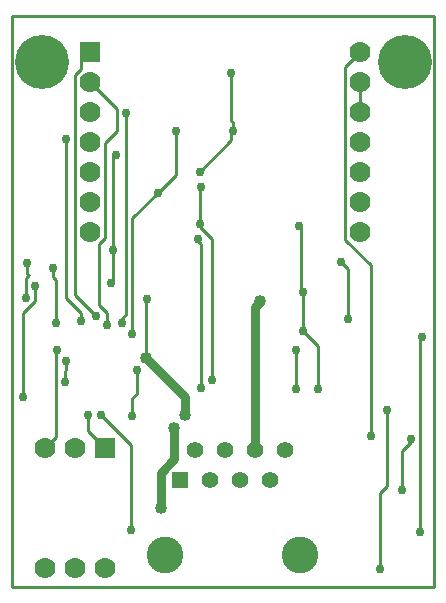
<source format=gbl>
G04*
G04 #@! TF.GenerationSoftware,Altium Limited,Altium Designer,19.1.8 (144)*
G04*
G04 Layer_Physical_Order=2*
G04 Layer_Color=16711680*
%FSLAX24Y24*%
%MOIN*%
G70*
G01*
G75*
%ADD11C,0.0100*%
%ADD50C,0.0300*%
%ADD52C,0.1220*%
%ADD53C,0.0551*%
%ADD54R,0.0551X0.0551*%
%ADD55R,0.0700X0.0700*%
%ADD56C,0.0700*%
%ADD57C,0.1800*%
%ADD58R,0.0700X0.0700*%
%ADD59C,0.0300*%
%ADD60C,0.0400*%
D11*
X21950Y15050D02*
Y20721D01*
X21100Y21571D02*
X21950Y20721D01*
X21100Y21571D02*
Y27350D01*
X21600Y27850D01*
X17300Y25550D02*
X17350Y25500D01*
X17300Y25550D02*
Y27150D01*
X17350Y25200D02*
Y25500D01*
X10750Y19526D02*
Y20050D01*
X10350Y19126D02*
X10750Y19526D01*
X10350Y16350D02*
Y19126D01*
X11450Y15000D02*
Y17850D01*
X11500Y17900D01*
X11100Y14650D02*
X11450Y15000D01*
X13375Y20225D02*
Y24325D01*
X10500Y20446D02*
Y20800D01*
Y20446D02*
X10550Y20396D01*
X10450Y19650D02*
Y20296D01*
X10550Y20396D01*
X13650Y18800D02*
Y18950D01*
X13800Y19100D01*
X16275Y22125D02*
Y23325D01*
X16250Y22100D02*
X16275Y22125D01*
X16250Y22000D02*
Y22100D01*
Y22000D02*
X16650Y21600D01*
X12300Y18870D02*
Y19126D01*
X11800Y19626D02*
X12300Y19126D01*
X23600Y18300D02*
X23650Y18350D01*
X13800Y19100D02*
Y25800D01*
X23300Y14850D02*
Y14950D01*
X23000Y14550D02*
X23300Y14850D01*
X23000Y13250D02*
Y14550D01*
X23600Y11850D02*
Y18300D01*
X22500Y13375D02*
Y15900D01*
X22250Y13125D02*
X22500Y13375D01*
X22250Y10600D02*
Y13125D01*
X13950Y11900D02*
Y14750D01*
X12950Y15750D02*
X13950Y14750D01*
X11750Y16850D02*
Y17200D01*
X17312Y25162D02*
X17350Y25200D01*
X17312Y24912D02*
Y25162D01*
X16250Y23850D02*
X17312Y24912D01*
X11750Y17200D02*
X11800Y17250D01*
Y17550D01*
X21200Y18950D02*
Y20600D01*
X20950Y20850D02*
X21200Y20600D01*
X11350Y20350D02*
X11450Y20250D01*
Y18800D02*
Y20250D01*
X11350Y20350D02*
Y20650D01*
X14000Y22300D02*
X14850Y23150D01*
X14000Y18450D02*
Y22300D01*
X16200Y21546D02*
Y21600D01*
Y21546D02*
X16300Y21446D01*
Y16650D02*
Y21446D01*
X16650Y16900D02*
Y21600D01*
X14150Y16450D02*
Y17250D01*
X12534Y15216D02*
X13100Y14650D01*
X12534Y15216D02*
Y15734D01*
X14000Y15700D02*
Y16300D01*
X14150Y16450D01*
X21600Y25850D02*
Y26850D01*
X16275Y23325D02*
X16300Y23350D01*
X11800Y19626D02*
Y24950D01*
X12100Y19750D02*
X12800Y19050D01*
X12100Y19750D02*
Y27057D01*
X12900Y19400D02*
X13150Y19150D01*
Y18750D02*
Y19150D01*
X12900Y19400D02*
Y21443D01*
X13100Y21643D01*
X12600Y26850D02*
X13500Y25950D01*
X13100Y24791D02*
X13500Y25191D01*
Y25950D01*
X13375Y24325D02*
X13450Y24400D01*
X13100Y21643D02*
Y24791D01*
X12600Y25850D02*
X12625Y25825D01*
X12100Y27057D02*
X12300Y27257D01*
Y27550D01*
X12600Y27850D01*
X13300Y20150D02*
X13375Y20225D01*
X14850Y23150D02*
X15450Y23750D01*
Y25200D01*
X14450Y17650D02*
X14475Y17675D01*
Y19575D01*
X14500Y19600D01*
X19550Y22050D02*
X19625Y21975D01*
Y19925D02*
Y21975D01*
Y19925D02*
X19700Y19850D01*
Y18550D02*
X20200Y18050D01*
Y16600D02*
Y18050D01*
X19450Y16600D02*
Y17900D01*
X19700Y18550D02*
Y19850D01*
X10000Y10000D02*
Y29050D01*
X24050D01*
X24050Y10000D01*
X10000D02*
X24050D01*
D50*
X15400Y14264D02*
Y15300D01*
X14950Y13814D02*
X15400Y14264D01*
X14450Y17650D02*
X15750Y16350D01*
Y15750D02*
Y16350D01*
X14950Y12650D02*
Y13814D01*
X18250Y19496D02*
Y19550D01*
X18100Y19346D02*
X18250Y19496D01*
X18100Y14559D02*
Y19346D01*
D52*
X15100Y11059D02*
D03*
X19600D02*
D03*
D53*
X17600Y13559D02*
D03*
X17100Y14559D02*
D03*
X18100D02*
D03*
X16600Y13559D02*
D03*
X18600D02*
D03*
X16100Y14559D02*
D03*
X19100D02*
D03*
D54*
X15600Y13559D02*
D03*
D55*
X12600Y27850D02*
D03*
D56*
Y26850D02*
D03*
Y25850D02*
D03*
Y24850D02*
D03*
Y23850D02*
D03*
Y22850D02*
D03*
Y21850D02*
D03*
X21600Y27850D02*
D03*
Y26850D02*
D03*
Y25850D02*
D03*
Y24850D02*
D03*
Y23850D02*
D03*
Y22850D02*
D03*
Y21850D02*
D03*
X12100Y14650D02*
D03*
X11100D02*
D03*
X13100Y10650D02*
D03*
X12100D02*
D03*
X11100D02*
D03*
D57*
X11000Y27500D02*
D03*
X23100D02*
D03*
D58*
X13100Y14650D02*
D03*
D59*
X17300Y27150D02*
D03*
X10350Y16350D02*
D03*
X11500Y17900D02*
D03*
X10450Y19650D02*
D03*
X13650Y18800D02*
D03*
X16250Y22100D02*
D03*
X12300Y18870D02*
D03*
X23650Y18350D02*
D03*
X23300Y14950D02*
D03*
X12950Y15750D02*
D03*
X11750Y16850D02*
D03*
X17350Y25200D02*
D03*
X16250Y23850D02*
D03*
X11800Y17550D02*
D03*
X23000Y13250D02*
D03*
X21200Y18950D02*
D03*
X20950Y20850D02*
D03*
X10500Y20800D02*
D03*
X11350Y20650D02*
D03*
X11450Y18800D02*
D03*
X14000Y18450D02*
D03*
X14150Y17250D02*
D03*
X10750Y20050D02*
D03*
X23600Y11850D02*
D03*
X13950Y11900D02*
D03*
X16200Y21600D02*
D03*
X16300Y16650D02*
D03*
X16650Y16900D02*
D03*
X13150Y18750D02*
D03*
X12800Y19050D02*
D03*
X12534Y15734D02*
D03*
X14000Y15700D02*
D03*
X16300Y23350D02*
D03*
X13350Y21250D02*
D03*
X11800Y24950D02*
D03*
X13800Y25800D02*
D03*
X13450Y24400D02*
D03*
X13300Y20150D02*
D03*
X14850Y23150D02*
D03*
X15450Y25200D02*
D03*
X14500Y19600D02*
D03*
X19550Y22050D02*
D03*
X20200Y16600D02*
D03*
X22500Y15900D02*
D03*
X22250Y10600D02*
D03*
X21950Y15050D02*
D03*
X19450Y17900D02*
D03*
Y16600D02*
D03*
X19700Y18550D02*
D03*
Y19850D02*
D03*
D60*
X15750Y15750D02*
D03*
X15400Y15300D02*
D03*
X14950Y12650D02*
D03*
X18250Y19550D02*
D03*
X14450Y17650D02*
D03*
M02*

</source>
